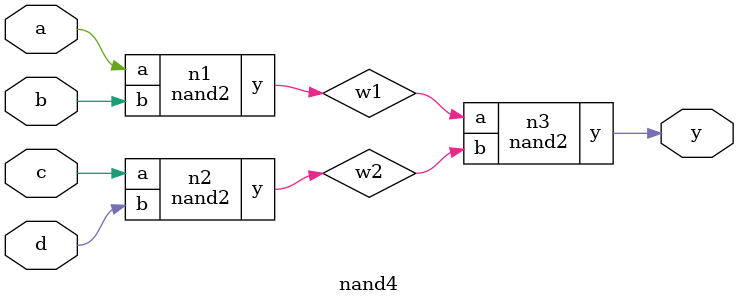
<source format=sv>
module top_module(
  input [7:0] p1, 
  output p1y, 
  input [7:0] p2, 
  output p2y
);

  wire nand1_out;
  wire nand2_out;

  nand4 nand1(p1[0], p1[1], p1[2], p1[3], nand1_out);
  nand4 nand2(p2[0], p2[1], p2[2], p2[3], nand2_out);

  nand2 nand3(nand1_out, nand2_out, p1y);
  nand2 nand4(nand1_out, nand2_out, p2y);

endmodule
module nand2(input a, input b, output y);
  assign y = ~(a & b);
endmodule
module nand4(input a, input b, input c, input d, output y);
  wire w1, w2;

  nand2 n1(a, b, w1);
  nand2 n2(c, d, w2);
  nand2 n3(w1, w2, y);

endmodule

</source>
